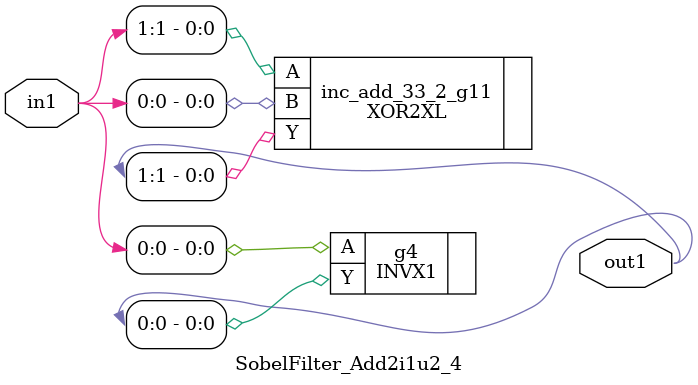
<source format=v>
`timescale 1ps / 1ps


module SobelFilter_Add2i1u2_4(in1, out1);
  input [1:0] in1;
  output [1:0] out1;
  wire [1:0] in1;
  wire [1:0] out1;
  INVX1 g4(.A (in1[0]), .Y (out1[0]));
  XOR2XL inc_add_33_2_g11(.A (in1[1]), .B (in1[0]), .Y (out1[1]));
endmodule


</source>
